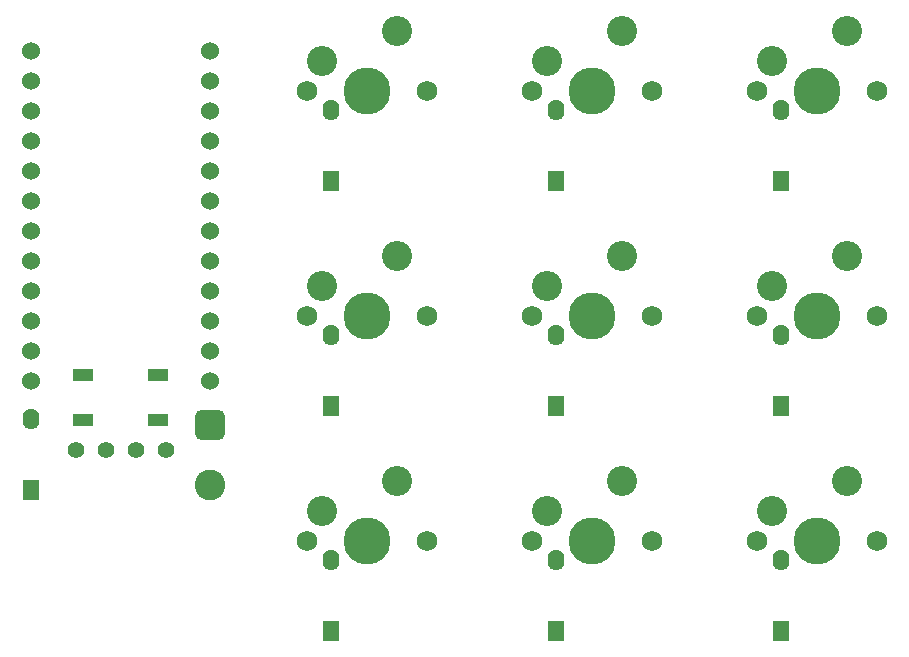
<source format=gbr>
%TF.GenerationSoftware,KiCad,Pcbnew,(6.0.8)*%
%TF.CreationDate,2023-03-27T19:29:35-07:00*%
%TF.ProjectId,zotzotzotv3,7a6f747a-6f74-47a6-9f74-76332e6b6963,rev?*%
%TF.SameCoordinates,Original*%
%TF.FileFunction,Soldermask,Bot*%
%TF.FilePolarity,Negative*%
%FSLAX46Y46*%
G04 Gerber Fmt 4.6, Leading zero omitted, Abs format (unit mm)*
G04 Created by KiCad (PCBNEW (6.0.8)) date 2023-03-27 19:29:35*
%MOMM*%
%LPD*%
G01*
G04 APERTURE LIST*
G04 Aperture macros list*
%AMRoundRect*
0 Rectangle with rounded corners*
0 $1 Rounding radius*
0 $2 $3 $4 $5 $6 $7 $8 $9 X,Y pos of 4 corners*
0 Add a 4 corners polygon primitive as box body*
4,1,4,$2,$3,$4,$5,$6,$7,$8,$9,$2,$3,0*
0 Add four circle primitives for the rounded corners*
1,1,$1+$1,$2,$3*
1,1,$1+$1,$4,$5*
1,1,$1+$1,$6,$7*
1,1,$1+$1,$8,$9*
0 Add four rect primitives between the rounded corners*
20,1,$1+$1,$2,$3,$4,$5,0*
20,1,$1+$1,$4,$5,$6,$7,0*
20,1,$1+$1,$6,$7,$8,$9,0*
20,1,$1+$1,$8,$9,$2,$3,0*%
G04 Aperture macros list end*
%ADD10RoundRect,0.650000X-0.650000X0.650000X-0.650000X-0.650000X0.650000X-0.650000X0.650000X0.650000X0*%
%ADD11C,2.600000*%
%ADD12C,1.750000*%
%ADD13C,3.987800*%
%ADD14C,2.550000*%
%ADD15R,1.397000X1.778000*%
%ADD16O,1.397000X1.778000*%
%ADD17C,1.397000*%
%ADD18C,1.524000*%
%ADD19R,1.700000X1.000000*%
G04 APERTURE END LIST*
D10*
%TO.C,Reset*%
X122442Y-8731250D03*
D11*
X122442Y-13811250D03*
%TD*%
D12*
%TO.C,MX2*%
X8332024Y500000D03*
D13*
X13412024Y500000D03*
D12*
X18492024Y500000D03*
D14*
X9602024Y3040000D03*
X15952024Y5580000D03*
%TD*%
D15*
%TO.C,D5*%
X29362024Y-7131250D03*
D16*
X29362024Y-1131250D03*
%TD*%
D12*
%TO.C,MX4*%
X37542024Y19550000D03*
X27382024Y19550000D03*
D13*
X32462024Y19550000D03*
D14*
X28652024Y22090000D03*
X35002024Y24630000D03*
%TD*%
D17*
%TO.C,J1*%
X-11297558Y-10881250D03*
X-8757558Y-10881250D03*
X-6217558Y-10881250D03*
X-3677558Y-10881250D03*
%TD*%
D13*
%TO.C,MX5*%
X32462024Y500000D03*
D12*
X27382024Y500000D03*
X37542024Y500000D03*
D14*
X28652024Y3040000D03*
X35002024Y5580000D03*
%TD*%
D13*
%TO.C,MX3*%
X13412024Y-18550000D03*
D12*
X8332024Y-18550000D03*
X18492024Y-18550000D03*
D14*
X9602024Y-16010000D03*
X15952024Y-13470000D03*
%TD*%
D15*
%TO.C,D7*%
X10312024Y-26181250D03*
D16*
X10312024Y-20181250D03*
%TD*%
D15*
%TO.C,D4*%
X10312024Y-7131250D03*
D16*
X10312024Y-1131250D03*
%TD*%
D15*
%TO.C,R1*%
X-15087558Y-14271250D03*
D16*
X-15087558Y-8271250D03*
%TD*%
D15*
%TO.C,D9*%
X48412024Y-26181250D03*
D16*
X48412024Y-20181250D03*
%TD*%
D15*
%TO.C,D1*%
X10312024Y11918750D03*
D16*
X10312024Y17918750D03*
%TD*%
D15*
%TO.C,D6*%
X48412024Y-7131250D03*
D16*
X48412024Y-1131250D03*
%TD*%
D15*
%TO.C,D2*%
X29362024Y11918750D03*
D16*
X29362024Y17918750D03*
%TD*%
D13*
%TO.C,MX7*%
X51512024Y19550000D03*
D12*
X56592024Y19550000D03*
X46432024Y19550000D03*
D14*
X47702024Y22090000D03*
X54052024Y24630000D03*
%TD*%
D12*
%TO.C,MX1*%
X8332024Y19550000D03*
D13*
X13412024Y19550000D03*
D12*
X18492024Y19550000D03*
D14*
X9602024Y22090000D03*
X15952024Y24630000D03*
%TD*%
D15*
%TO.C,D8*%
X29362024Y-26181250D03*
D16*
X29362024Y-20181250D03*
%TD*%
D12*
%TO.C,MX6*%
X27382024Y-18550000D03*
X37542024Y-18550000D03*
D13*
X32462024Y-18550000D03*
D14*
X28652024Y-16010000D03*
X35002024Y-13470000D03*
%TD*%
D12*
%TO.C,MX8*%
X56592024Y500000D03*
D13*
X51512024Y500000D03*
D12*
X46432024Y500000D03*
D14*
X47702024Y3040000D03*
X54052024Y5580000D03*
%TD*%
D18*
%TO.C,U1*%
X123842Y22896750D03*
X123842Y20356750D03*
X123842Y17816750D03*
X123842Y15276750D03*
X123842Y12736750D03*
X123842Y10196750D03*
X123842Y7656750D03*
X123842Y5116750D03*
X123842Y2576750D03*
X123842Y36750D03*
X123842Y-2503250D03*
X123842Y-5043250D03*
X-15096158Y-5043250D03*
X-15096158Y-2503250D03*
X-15096158Y36750D03*
X-15096158Y2576750D03*
X-15096158Y5116750D03*
X-15096158Y7656750D03*
X-15096158Y10196750D03*
X-15096158Y12736750D03*
X-15096158Y15276750D03*
X-15096158Y17816750D03*
X-15096158Y20356750D03*
X-15096158Y22896750D03*
%TD*%
D15*
%TO.C,D3*%
X48412024Y11918750D03*
D16*
X48412024Y17918750D03*
%TD*%
D12*
%TO.C,MX9*%
X56592024Y-18550000D03*
D13*
X51512024Y-18550000D03*
D12*
X46432024Y-18550000D03*
D14*
X47702024Y-16010000D03*
X54052024Y-13470000D03*
%TD*%
D19*
%TO.C,SW1*%
X-10637558Y-8311250D03*
X-4337558Y-8311250D03*
X-4337558Y-4511250D03*
X-10637558Y-4511250D03*
%TD*%
M02*

</source>
